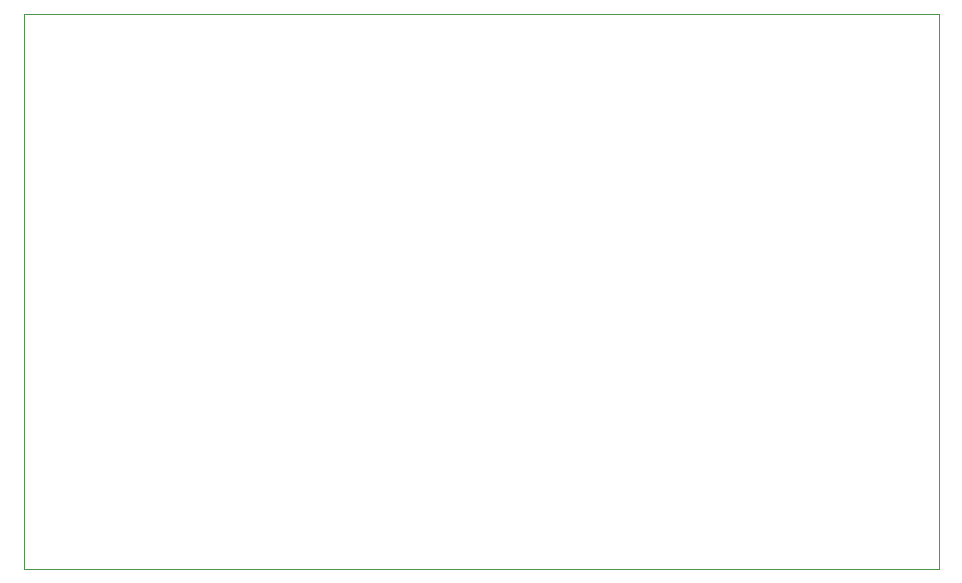
<source format=gm1>
%TF.GenerationSoftware,KiCad,Pcbnew,(6.0.11)*%
%TF.CreationDate,2023-05-09T17:29:38+10:00*%
%TF.ProjectId,LV_MASTER_A_SAMPLE,4c565f4d-4153-4544-9552-5f415f53414d,1*%
%TF.SameCoordinates,Original*%
%TF.FileFunction,Profile,NP*%
%FSLAX46Y46*%
G04 Gerber Fmt 4.6, Leading zero omitted, Abs format (unit mm)*
G04 Created by KiCad (PCBNEW (6.0.11)) date 2023-05-09 17:29:38*
%MOMM*%
%LPD*%
G01*
G04 APERTURE LIST*
%TA.AperFunction,Profile*%
%ADD10C,0.100000*%
%TD*%
G04 APERTURE END LIST*
D10*
X186627200Y-119560300D02*
X109106400Y-119560300D01*
X109106400Y-119560300D02*
X109106400Y-72646500D01*
X109106400Y-72646500D02*
X186627200Y-72646500D01*
X186627200Y-72646500D02*
X186627200Y-119560300D01*
M02*

</source>
